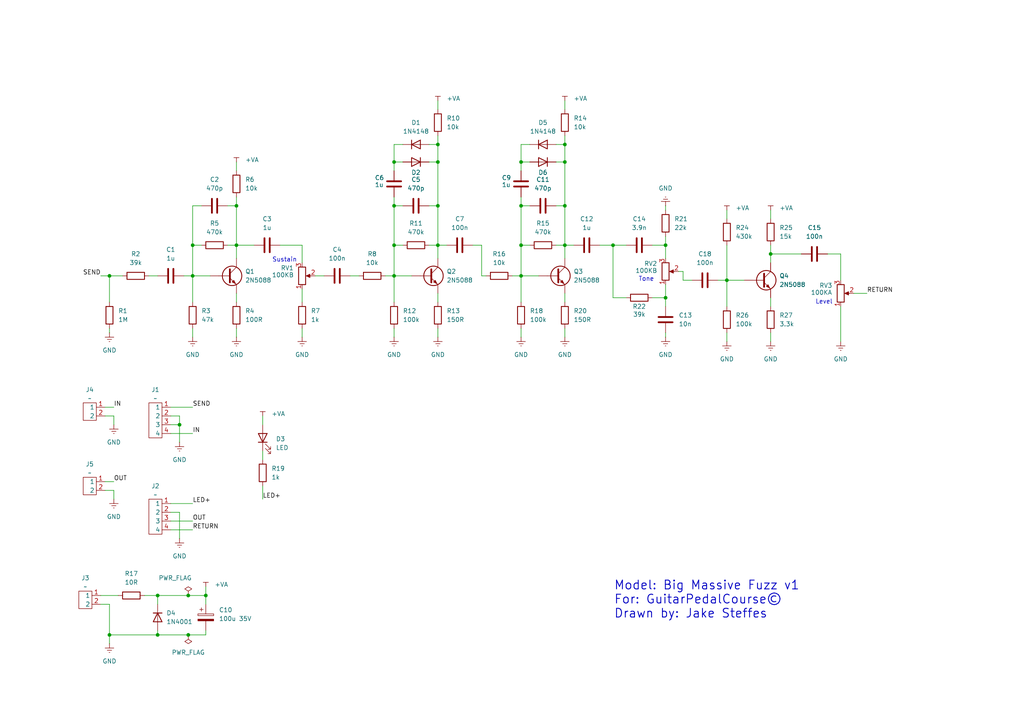
<source format=kicad_sch>
(kicad_sch (version 20250114) (generator "eeschema") (generator_version "9.0")
  (paper "A4")
  (lib_symbols
    (symbol "+VA_1" (power) (pin_numbers (hide yes)) (pin_names (offset 0) (hide yes))
      (property "Value" "+VA" (at -0.254 2.54 0))
      (symbol "+VA_1_0_1"
        (polyline (pts (xy 0 0) (xy 0 1.27)))
        (polyline (pts (xy 0.762 1.27) (xy -0.762 1.27) (xy 0 1.27) (xy 0.762 1.27)) (fill (type outline)))
      )
      (symbol "+VA_1_1_1"
        (pin power_in line (at 0 0 90) (length 0) (hide yes) (name "~") (number "1"))
      )
    )
    (symbol "+VA_2" (power) (pin_numbers (hide yes)) (pin_names (offset 0) (hide yes))
      (property "Value" "+VA" (at -0.254 2.54 0))
      (symbol "+VA_2_0_1"
        (polyline (pts (xy 0 0) (xy 0 1.27)))
        (polyline (pts (xy 0.762 1.27) (xy -0.762 1.27) (xy 0 1.27) (xy 0.762 1.27)) (fill (type outline)))
      )
      (symbol "+VA_2_1_1"
        (pin power_in line (at 0 0 90) (length 0) (hide yes) (name "~") (number "1"))
      )
    )
    (symbol "Device:C" (pin_numbers (hide yes)) (pin_names (offset 0.254))
      (property "Reference" "C" (at 0.635 2.54 0))
      (property "Value" "C" (at 0.635 -2.54 0))
      (symbol "C_0_1"
        (polyline (pts (xy -2.032 0.762) (xy 2.032 0.762)) (stroke (width 0.508)))
        (polyline (pts (xy -2.032 -0.762) (xy 2.032 -0.762)) (stroke (width 0.508)))
      )
      (symbol "C_1_1"
        (pin passive line (at 0 3.81 270) (length 2.794) (name "~") (number "1"))
        (pin passive line (at 0 -3.81 90) (length 2.794) (name "~") (number "2"))
      )
    )
    (symbol "Device:C_Polarized" (pin_numbers (hide yes)) (pin_names (offset 0.254))
      (property "Reference" "C" (at 0.635 2.54 0))
      (property "Value" "C_Polarized" (at 0.635 -2.54 0))
      (symbol "C_Polarized_0_1"
        (rectangle (start -2.286 0.508) (end 2.286 1.016))
        (polyline (pts (xy -1.778 2.286) (xy -0.762 2.286)))
        (polyline (pts (xy -1.27 2.794) (xy -1.27 1.778)))
        (rectangle (start 2.286 -0.508) (end -2.286 -1.016) (fill (type outline)))
      )
      (symbol "C_Polarized_1_1"
        (pin passive line (at 0 3.81 270) (length 2.794) (name "~") (number "1"))
        (pin passive line (at 0 -3.81 90) (length 2.794) (name "~") (number "2"))
      )
    )
    (symbol "Device:D" (pin_numbers (hide yes)) (pin_names (offset 1.016) (hide yes))
      (property "Reference" "D" (at 0 2.54 0))
      (property "Value" "D" (at 0 -2.54 0))
      (symbol "D_0_1"
        (polyline (pts (xy -1.27 1.27) (xy -1.27 -1.27)) (stroke (width 0.254)))
        (polyline (pts (xy 1.27 1.27) (xy 1.27 -1.27) (xy -1.27 0) (xy 1.27 1.27)) (stroke (width 0.254)))
        (polyline (pts (xy 1.27 0) (xy -1.27 0)))
      )
      (symbol "D_1_1"
        (pin passive line (at -3.81 0 0) (length 2.54) (name "K") (number "1"))
        (pin passive line (at 3.81 0 180) (length 2.54) (name "A") (number "2"))
      )
    )
    (symbol "Device:LED" (pin_numbers (hide yes)) (pin_names (offset 1.016) (hide yes))
      (property "Reference" "D" (at 0 2.54 0))
      (property "Value" "LED" (at 0 -2.54 0))
      (symbol "LED_0_1"
        (polyline (pts (xy -3.048 -0.762) (xy -4.572 -2.286) (xy -3.81 -2.286) (xy -4.572 -2.286) (xy -4.572 -1.524)))
        (polyline (pts (xy -1.778 -0.762) (xy -3.302 -2.286) (xy -2.54 -2.286) (xy -3.302 -2.286) (xy -3.302 -1.524)))
        (polyline (pts (xy -1.27 0) (xy 1.27 0)))
        (polyline (pts (xy -1.27 -1.27) (xy -1.27 1.27)) (stroke (width 0.254)))
        (polyline (pts (xy 1.27 -1.27) (xy 1.27 1.27) (xy -1.27 0) (xy 1.27 -1.27)) (stroke (width 0.254)))
      )
      (symbol "LED_1_1"
        (pin passive line (at -3.81 0 0) (length 2.54) (name "K") (number "1"))
        (pin passive line (at 3.81 0 180) (length 2.54) (name "A") (number "2"))
      )
    )
    (symbol "Device:Q_NPN" (pin_numbers (hide yes)) (pin_names (offset 0) (hide yes))
      (property "Reference" "Q" (at 5.08 1.27 0))
      (property "Value" "Q_NPN" (at 5.08 -1.27 0))
      (symbol "Q_NPN_0_1"
        (polyline (pts (xy -2.54 0) (xy 0.635 0)))
        (polyline (pts (xy 0.635 1.905) (xy 0.635 -1.905)) (stroke (width 0.508)))
        (polyline (pts (xy 0.635 0.635) (xy 2.54 2.54)))
        (polyline (pts (xy 0.635 -0.635) (xy 2.54 -2.54)))
        (circle (center 1.27 0) (radius 2.8194) (stroke (width 0.254)))
        (polyline (pts (xy 1.27 -1.778) (xy 1.778 -1.27) (xy 2.286 -2.286) (xy 1.27 -1.778)) (fill (type outline)))
      )
      (symbol "Q_NPN_1_1"
        (pin input line (at -5.08 0 0) (length 2.54) (name "B") (number "B"))
        (pin passive line (at 2.54 5.08 270) (length 2.54) (name "C") (number "C"))
        (pin passive line (at 2.54 -5.08 90) (length 2.54) (name "E") (number "E"))
      )
    )
    (symbol "Device:R" (pin_numbers (hide yes)) (pin_names (offset 0))
      (property "Reference" "R" (at 2.032 0 90))
      (property "Value" "R" (at 0 0 90))
      (symbol "R_0_1"
        (rectangle (start -1.016 -2.54) (end 1.016 2.54) (stroke (width 0.254)))
      )
      (symbol "R_1_1"
        (pin passive line (at 0 3.81 270) (length 1.27) (name "~") (number "1"))
        (pin passive line (at 0 -3.81 90) (length 1.27) (name "~") (number "2"))
      )
    )
    (symbol "Device:R_Potentiometer" (pin_names (offset 1.016) (hide yes))
      (property "Reference" "RV" (at -4.445 0 90))
      (property "Value" "R_Potentiometer" (at -2.54 0 90))
      (symbol "R_Potentiometer_0_1"
        (rectangle (start 1.016 2.54) (end -1.016 -2.54) (stroke (width 0.254)))
        (polyline (pts (xy 1.143 0) (xy 2.286 0.508) (xy 2.286 -0.508) (xy 1.143 0)) (fill (type outline)))
        (polyline (pts (xy 2.54 0) (xy 1.524 0)))
      )
      (symbol "R_Potentiometer_1_1"
        (pin passive line (at 0 3.81 270) (length 1.27) (name "1") (number "1"))
        (pin passive line (at 0 -3.81 90) (length 1.27) (name "3") (number "3"))
        (pin passive line (at 3.81 0 180) (length 1.27) (name "2") (number "2"))
      )
    )
    (symbol "Diode:1N4001" (pin_numbers (hide yes)) (pin_names (hide yes))
      (property "Reference" "D" (at 0 2.54 0))
      (property "Value" "1N4001" (at 0 -2.54 0))
      (symbol "1N4001_0_1"
        (polyline (pts (xy -1.27 1.27) (xy -1.27 -1.27)) (stroke (width 0.254)))
        (polyline (pts (xy 1.27 1.27) (xy 1.27 -1.27) (xy -1.27 0) (xy 1.27 1.27)) (stroke (width 0.254)))
        (polyline (pts (xy 1.27 0) (xy -1.27 0)))
      )
      (symbol "1N4001_1_1"
        (pin passive line (at -3.81 0 0) (length 2.54) (name "K") (number "1"))
        (pin passive line (at 3.81 0 180) (length 2.54) (name "A") (number "2"))
      )
    )
    (symbol "Wampler:CONNECTOR_2"
      (property "Reference" "J" (at 0 0 0))
      (symbol "CONNECTOR_2_0_1"
        (rectangle (start 0 0) (end 3.81 -5.08))
      )
      (symbol "CONNECTOR_2_1_1"
        (pin passive line (at 6.35 -1.27 180) (length 2.54) (name "1") (number "1"))
        (pin passive line (at 6.35 -3.81 180) (length 2.54) (name "2") (number "2"))
      )
    )
    (symbol "Wampler:CONNECTOR_4"
      (property "Reference" "J" (at 0 0 0))
      (symbol "CONNECTOR_4_0_1"
        (rectangle (start 0 0) (end 3.81 -10.16))
      )
      (symbol "CONNECTOR_4_1_1"
        (pin passive line (at 6.35 -1.27 180) (length 2.54) (name "1") (number "1"))
        (pin passive line (at 6.35 -3.81 180) (length 2.54) (name "2") (number "2"))
        (pin passive line (at 6.35 -6.35 180) (length 2.54) (name "3") (number "3"))
        (pin passive line (at 6.35 -8.89 180) (length 2.54) (name "4") (number "4"))
      )
    )
    (symbol "Wampler:GND" (power) (pin_numbers (hide yes)) (pin_names (offset 0) (hide yes))
      (property "Value" "GND" (at 0 -3.81 0))
      (symbol "GND_0_1"
        (polyline (pts (xy -0.635 -1.905) (xy 0.635 -1.905)))
        (polyline (pts (xy -0.127 -2.54) (xy 0.127 -2.54)))
        (polyline (pts (xy 0 -1.27) (xy 0 0)))
        (polyline (pts (xy 1.27 -1.27) (xy -1.27 -1.27)))
      )
      (symbol "GND_1_1"
        (pin power_in line (at 0 0 270) (length 0) (name "~") (number "1"))
      )
    )
    (symbol "power:PWR_FLAG" (power) (pin_numbers (hide yes)) (pin_names (offset 0) (hide yes))
      (property "Value" "PWR_FLAG" (at 0 3.81 0))
      (symbol "PWR_FLAG_0_0"
        (pin power_out line (at 0 0 90) (length 0) (name "~") (number "1"))
      )
      (symbol "PWR_FLAG_0_1"
        (polyline (pts (xy 0 0) (xy 0 1.27) (xy -1.016 1.905) (xy 0 2.54) (xy 1.016 1.905) (xy 0 1.27)))
      )
    )
  )
  (text "Model: Big Massive Fuzz v1\nFor: GuitarPedalCourse©\nDrawn by: Jake Steffes" (at 178.054 168.402 0) (effects (font (size 2.54 2.54) (thickness 0.254) (bold yes)) (justify left top)))
  (text "Level" (at 239.014 87.63 0) (effects (font (size 1.27 1.27))))
  (text "Tone" (at 187.452 81.026 0) (effects (font (size 1.27 1.27))))
  (text "Sustain" (at 82.55 75.438 0) (effects (font (size 1.27 1.27))))
  (junction (at 68.58 59.69))
  (junction (at 163.83 59.69))
  (junction (at 52.07 123.19))
  (junction (at 31.75 184.15))
  (junction (at 127 41.91))
  (junction (at 114.3 80.01))
  (junction (at 151.13 71.12))
  (junction (at 31.75 80.01))
  (junction (at 177.8 71.12))
  (junction (at 127 71.12))
  (junction (at 114.3 46.99))
  (junction (at 210.82 81.28))
  (junction (at 45.72 172.72))
  (junction (at 55.88 80.01))
  (junction (at 193.04 86.36))
  (junction (at 54.61 184.15))
  (junction (at 151.13 59.69))
  (junction (at 193.04 71.12))
  (junction (at 223.52 73.66))
  (junction (at 55.88 71.12))
  (junction (at 151.13 80.01))
  (junction (at 114.3 71.12))
  (junction (at 45.72 184.15))
  (junction (at 163.83 71.12))
  (junction (at 163.83 46.99))
  (junction (at 127 46.99))
  (junction (at 54.61 172.72))
  (junction (at 127 59.69))
  (junction (at 59.69 172.72))
  (junction (at 114.3 59.69))
  (junction (at 151.13 46.99))
  (junction (at 68.58 71.12))
  (junction (at 163.83 41.91))
  (wire (pts (xy 127 71.12) (xy 129.54 71.12)))
  (wire (pts (xy 161.29 46.99) (xy 163.83 46.99)))
  (wire (pts (xy 49.53 151.13) (xy 55.88 151.13)))
  (wire (pts (xy 139.7 71.12) (xy 139.7 80.01)))
  (wire (pts (xy 127 95.25) (xy 127 97.79)))
  (wire (pts (xy 161.29 59.69) (xy 163.83 59.69)))
  (wire (pts (xy 87.63 83.82) (xy 87.63 87.63)))
  (wire (pts (xy 124.46 59.69) (xy 127 59.69)))
  (wire (pts (xy 193.04 71.12) (xy 193.04 74.93)))
  (wire (pts (xy 223.52 96.52) (xy 223.52 99.06)))
  (wire (pts (xy 30.48 118.11) (xy 33.02 118.11)))
  (wire (pts (xy 30.48 120.65) (xy 33.02 120.65)))
  (wire (pts (xy 247.65 85.09) (xy 251.46 85.09)))
  (wire (pts (xy 151.13 59.69) (xy 151.13 71.12)))
  (wire (pts (xy 151.13 80.01) (xy 156.21 80.01)))
  (wire (pts (xy 139.7 80.01) (xy 140.97 80.01)))
  (wire (pts (xy 223.52 73.66) (xy 223.52 76.2)))
  (wire (pts (xy 198.12 78.74) (xy 198.12 81.28)))
  (wire (pts (xy 76.2 140.97) (xy 76.2 144.78)))
  (wire (pts (xy 163.83 71.12) (xy 166.37 71.12)))
  (wire (pts (xy 30.48 142.24) (xy 33.02 142.24)))
  (wire (pts (xy 49.53 120.65) (xy 52.07 120.65)))
  (wire (pts (xy 49.53 123.19) (xy 52.07 123.19)))
  (wire (pts (xy 240.03 73.66) (xy 243.84 73.66)))
  (wire (pts (xy 81.28 71.12) (xy 87.63 71.12)))
  (wire (pts (xy 153.67 71.12) (xy 151.13 71.12)))
  (wire (pts (xy 41.91 172.72) (xy 45.72 172.72)))
  (wire (pts (xy 45.72 182.88) (xy 45.72 184.15)))
  (wire (pts (xy 127 29.21) (xy 127 31.75)))
  (wire (pts (xy 137.16 71.12) (xy 139.7 71.12)))
  (wire (pts (xy 151.13 41.91) (xy 151.13 46.99)))
  (wire (pts (xy 196.85 78.74) (xy 198.12 78.74)))
  (wire (pts (xy 68.58 46.99) (xy 68.58 49.53)))
  (wire (pts (xy 49.53 148.59) (xy 52.07 148.59)))
  (wire (pts (xy 163.83 95.25) (xy 163.83 97.79)))
  (wire (pts (xy 163.83 41.91) (xy 163.83 46.99)))
  (wire (pts (xy 124.46 41.91) (xy 127 41.91)))
  (wire (pts (xy 163.83 71.12) (xy 163.83 74.93)))
  (wire (pts (xy 45.72 172.72) (xy 45.72 175.26)))
  (wire (pts (xy 55.88 59.69) (xy 55.88 71.12)))
  (wire (pts (xy 76.2 120.65) (xy 76.2 123.19)))
  (wire (pts (xy 30.48 139.7) (xy 33.02 139.7)))
  (wire (pts (xy 87.63 95.25) (xy 87.63 97.79)))
  (wire (pts (xy 193.04 82.55) (xy 193.04 86.36)))
  (wire (pts (xy 91.44 80.01) (xy 93.98 80.01)))
  (wire (pts (xy 208.28 81.28) (xy 210.82 81.28)))
  (wire (pts (xy 124.46 46.99) (xy 127 46.99)))
  (wire (pts (xy 243.84 88.9) (xy 243.84 99.06)))
  (wire (pts (xy 31.75 95.25) (xy 31.75 96.52)))
  (wire (pts (xy 114.3 41.91) (xy 114.3 46.99)))
  (wire (pts (xy 58.42 71.12) (xy 55.88 71.12)))
  (wire (pts (xy 68.58 71.12) (xy 68.58 74.93)))
  (wire (pts (xy 243.84 73.66) (xy 243.84 81.28)))
  (wire (pts (xy 114.3 46.99) (xy 114.3 49.53)))
  (wire (pts (xy 114.3 95.25) (xy 114.3 97.79)))
  (wire (pts (xy 198.12 81.28) (xy 200.66 81.28)))
  (wire (pts (xy 52.07 156.21) (xy 52.07 148.59)))
  (wire (pts (xy 31.75 184.15) (xy 31.75 186.69)))
  (wire (pts (xy 58.42 59.69) (xy 55.88 59.69)))
  (wire (pts (xy 66.04 59.69) (xy 68.58 59.69)))
  (wire (pts (xy 114.3 71.12) (xy 114.3 80.01)))
  (wire (pts (xy 31.75 184.15) (xy 45.72 184.15)))
  (wire (pts (xy 59.69 170.18) (xy 59.69 172.72)))
  (wire (pts (xy 161.29 71.12) (xy 163.83 71.12)))
  (wire (pts (xy 31.75 80.01) (xy 31.75 87.63)))
  (wire (pts (xy 116.84 46.99) (xy 114.3 46.99)))
  (wire (pts (xy 177.8 71.12) (xy 181.61 71.12)))
  (wire (pts (xy 189.23 71.12) (xy 193.04 71.12)))
  (wire (pts (xy 55.88 80.01) (xy 55.88 87.63)))
  (wire (pts (xy 68.58 57.15) (xy 68.58 59.69)))
  (wire (pts (xy 210.82 96.52) (xy 210.82 99.06)))
  (wire (pts (xy 31.75 80.01) (xy 35.56 80.01)))
  (wire (pts (xy 114.3 59.69) (xy 114.3 71.12)))
  (wire (pts (xy 153.67 59.69) (xy 151.13 59.69)))
  (wire (pts (xy 55.88 80.01) (xy 60.96 80.01)))
  (wire (pts (xy 181.61 86.36) (xy 177.8 86.36)))
  (wire (pts (xy 163.83 59.69) (xy 163.83 71.12)))
  (wire (pts (xy 210.82 60.96) (xy 210.82 63.5)))
  (wire (pts (xy 49.53 118.11) (xy 55.88 118.11)))
  (wire (pts (xy 33.02 142.24) (xy 33.02 144.78)))
  (wire (pts (xy 193.04 68.58) (xy 193.04 71.12)))
  (wire (pts (xy 116.84 71.12) (xy 114.3 71.12)))
  (wire (pts (xy 29.21 172.72) (xy 34.29 172.72)))
  (wire (pts (xy 59.69 172.72) (xy 59.69 175.26)))
  (wire (pts (xy 31.75 175.26) (xy 31.75 184.15)))
  (wire (pts (xy 161.29 41.91) (xy 163.83 41.91)))
  (wire (pts (xy 127 71.12) (xy 127 74.93)))
  (wire (pts (xy 116.84 59.69) (xy 114.3 59.69)))
  (wire (pts (xy 127 41.91) (xy 127 46.99)))
  (wire (pts (xy 189.23 86.36) (xy 193.04 86.36)))
  (wire (pts (xy 54.61 172.72) (xy 59.69 172.72)))
  (wire (pts (xy 49.53 153.67) (xy 55.88 153.67)))
  (wire (pts (xy 193.04 96.52) (xy 193.04 97.79)))
  (wire (pts (xy 163.83 85.09) (xy 163.83 87.63)))
  (wire (pts (xy 173.99 71.12) (xy 177.8 71.12)))
  (wire (pts (xy 116.84 41.91) (xy 114.3 41.91)))
  (wire (pts (xy 210.82 71.12) (xy 210.82 81.28)))
  (wire (pts (xy 127 85.09) (xy 127 87.63)))
  (wire (pts (xy 151.13 95.25) (xy 151.13 97.79)))
  (wire (pts (xy 151.13 71.12) (xy 151.13 80.01)))
  (wire (pts (xy 210.82 81.28) (xy 215.9 81.28)))
  (wire (pts (xy 68.58 95.25) (xy 68.58 97.79)))
  (wire (pts (xy 148.59 80.01) (xy 151.13 80.01)))
  (wire (pts (xy 55.88 71.12) (xy 55.88 80.01)))
  (wire (pts (xy 127 46.99) (xy 127 59.69)))
  (wire (pts (xy 223.52 73.66) (xy 232.41 73.66)))
  (wire (pts (xy 153.67 46.99) (xy 151.13 46.99)))
  (wire (pts (xy 111.76 80.01) (xy 114.3 80.01)))
  (wire (pts (xy 29.21 175.26) (xy 31.75 175.26)))
  (wire (pts (xy 76.2 130.81) (xy 76.2 133.35)))
  (wire (pts (xy 68.58 59.69) (xy 68.58 71.12)))
  (wire (pts (xy 53.34 80.01) (xy 55.88 80.01)))
  (wire (pts (xy 223.52 60.96) (xy 223.52 63.5)))
  (wire (pts (xy 68.58 85.09) (xy 68.58 87.63)))
  (wire (pts (xy 163.83 29.21) (xy 163.83 31.75)))
  (wire (pts (xy 49.53 125.73) (xy 55.88 125.73)))
  (wire (pts (xy 177.8 71.12) (xy 177.8 86.36)))
  (wire (pts (xy 223.52 71.12) (xy 223.52 73.66)))
  (wire (pts (xy 45.72 184.15) (xy 54.61 184.15)))
  (wire (pts (xy 210.82 81.28) (xy 210.82 88.9)))
  (wire (pts (xy 101.6 80.01) (xy 104.14 80.01)))
  (wire (pts (xy 59.69 184.15) (xy 59.69 182.88)))
  (wire (pts (xy 55.88 95.25) (xy 55.88 97.79)))
  (wire (pts (xy 52.07 123.19) (xy 52.07 128.27)))
  (wire (pts (xy 127 39.37) (xy 127 41.91)))
  (wire (pts (xy 151.13 57.15) (xy 151.13 59.69)))
  (wire (pts (xy 66.04 71.12) (xy 68.58 71.12)))
  (wire (pts (xy 87.63 71.12) (xy 87.63 76.2)))
  (wire (pts (xy 114.3 57.15) (xy 114.3 59.69)))
  (wire (pts (xy 114.3 80.01) (xy 114.3 87.63)))
  (wire (pts (xy 163.83 39.37) (xy 163.83 41.91)))
  (wire (pts (xy 43.18 80.01) (xy 45.72 80.01)))
  (wire (pts (xy 127 59.69) (xy 127 71.12)))
  (wire (pts (xy 68.58 71.12) (xy 73.66 71.12)))
  (wire (pts (xy 193.04 59.69) (xy 193.04 60.96)))
  (wire (pts (xy 223.52 86.36) (xy 223.52 88.9)))
  (wire (pts (xy 151.13 80.01) (xy 151.13 87.63)))
  (wire (pts (xy 29.21 80.01) (xy 31.75 80.01)))
  (wire (pts (xy 193.04 86.36) (xy 193.04 88.9)))
  (wire (pts (xy 54.61 184.15) (xy 59.69 184.15)))
  (wire (pts (xy 151.13 46.99) (xy 151.13 49.53)))
  (wire (pts (xy 52.07 120.65) (xy 52.07 123.19)))
  (wire (pts (xy 124.46 71.12) (xy 127 71.12)))
  (wire (pts (xy 45.72 172.72) (xy 54.61 172.72)))
  (wire (pts (xy 33.02 120.65) (xy 33.02 123.19)))
  (wire (pts (xy 114.3 80.01) (xy 119.38 80.01)))
  (wire (pts (xy 153.67 41.91) (xy 151.13 41.91)))
  (wire (pts (xy 49.53 146.05) (xy 55.88 146.05)))
  (wire (pts (xy 163.83 46.99) (xy 163.83 59.69)))
  (label "LED+" (at 76.2 144.78 0))
  (label "LED+" (at 55.88 146.05 0))
  (label "RETURN" (at 55.88 153.67 0))
  (label "IN" (at 55.88 125.73 0))
  (label "OUT" (at 33.02 139.7 0))
  (label "RETURN" (at 251.46 85.09 0))
  (label "IN" (at 33.02 118.11 0))
  (label "SEND" (at 55.88 118.11 0))
  (label "SEND" (at 29.21 80.01 180))
  (label "OUT" (at 55.88 151.13 0))
  (symbol (lib_id "Device:R") (at 193.04 64.77 0) (unit 1)
    (property "Reference" "R21" (at 195.58 63.4999 0) (effects (justify left)))
    (property "Value" "22k" (at 195.58 66.0399 0) (effects (justify left)))
    (property "Footprint" "Wampler:RESISTOR_1_4W" (effects (hide yes)))
    (property "Description" "Resistor" (effects (hide yes)))
  )
  (symbol (lib_id "Device:LED") (at 76.2 127 90) (unit 1)
    (property "Reference" "D3" (at 80.01 127.3174 90) (effects (justify right)))
    (property "Value" "LED" (at 80.01 129.8574 90) (effects (justify right)))
    (property "Footprint" "Wampler:LED_5MM" (effects (hide yes)))
    (property "Description" "Light emitting diode" (effects (hide yes)))
    (property "Sim.Pins" "1=K 2=A" (effects (hide yes)))
  )
  (symbol (lib_id "Device:R") (at 157.48 71.12 90) (unit 1)
    (property "Reference" "R15" (at 157.48 64.77 90))
    (property "Value" "470k" (at 157.48 67.31 90))
    (property "Footprint" "Wampler:RESISTOR_1_4W" (effects (hide yes)))
    (property "Description" "Resistor" (effects (hide yes)))
  )
  (symbol (lib_name "+VA_2") (lib_id "Wampler:+VA") (at 210.82 60.96 0) (unit 1)
    (property "Reference" "#+VA06" (effects (hide yes)))
    (property "Value" "+VA" (at 213.36 60.3249 0) (effects (justify left)))
  )
  (symbol (lib_id "Device:C") (at 204.47 81.28 90) (unit 1)
    (property "Reference" "C18" (at 204.47 73.66 90))
    (property "Value" "100n" (at 204.47 76.2 90))
    (property "Footprint" "Wampler:CAP_FILM_100NF" (effects (hide yes)))
    (property "Description" "Unpolarized capacitor" (effects (hide yes)))
  )
  (symbol (lib_id "Device:R_Potentiometer") (at 243.84 85.09 0) (mirror x) (unit 1)
    (property "Reference" "RV3" (at 239.522 82.804 0))
    (property "Value" "100KA" (at 238.252 84.836 0))
    (property "Footprint" "Wampler:POT_16MM_RA" (effects (hide yes)))
    (property "Description" "Potentiometer" (effects (hide yes)))
  )
  (symbol (lib_name "+VA_2") (lib_id "Wampler:+VA") (at 59.69 170.18 0) (unit 1)
    (property "Reference" "#+VA0101" (effects (hide yes)))
    (property "Value" "+VA" (at 62.23 169.5449 0) (effects (justify left)))
  )
  (symbol (lib_id "Device:R") (at 39.37 80.01 90) (unit 1)
    (property "Reference" "R2" (at 39.37 73.66 90))
    (property "Value" "39k" (at 39.37 76.2 90))
    (property "Footprint" "Wampler:RESISTOR_1_4W" (effects (hide yes)))
    (property "Description" "Resistor" (effects (hide yes)))
  )
  (symbol (lib_id "Wampler:GND") (at 87.63 97.79 0) (unit 1)
    (property "Reference" "#PWR05" (effects (hide yes)))
    (property "Value" "GND" (at 87.63 102.87 0))
    (property "Description" "Power symbol creates a global label with name \"GND\"" (effects (hide yes)))
  )
  (symbol (lib_id "Device:R") (at 127 35.56 0) (unit 1)
    (property "Reference" "R10" (at 129.54 34.2899 0) (effects (justify left)))
    (property "Value" "10k" (at 129.54 36.8299 0) (effects (justify left)))
    (property "Footprint" "Wampler:RESISTOR_1_4W" (effects (hide yes)))
    (property "Description" "Resistor" (effects (hide yes)))
  )
  (symbol (lib_id "Device:R") (at 55.88 91.44 0) (unit 1)
    (property "Reference" "R3" (at 58.42 90.1699 0) (effects (justify left)))
    (property "Value" "47k" (at 58.42 92.7099 0) (effects (justify left)))
    (property "Footprint" "Wampler:RESISTOR_1_4W" (effects (hide yes)))
    (property "Description" "Resistor" (effects (hide yes)))
  )
  (symbol (lib_id "Device:C") (at 151.13 53.34 180) (unit 1)
    (property "Reference" "C9" (at 145.542 51.562 0) (effects (justify right)))
    (property "Value" "1u" (at 145.542 53.594 0) (effects (justify right)))
    (property "Footprint" "Wampler:CAP_FILM_1UF" (effects (hide yes)))
    (property "Description" "Unpolarized capacitor" (effects (hide yes)))
  )
  (symbol (lib_id "Device:C") (at 193.04 92.71 180) (unit 1)
    (property "Reference" "C13" (at 196.85 91.4399 0) (effects (justify right)))
    (property "Value" "10n" (at 196.85 93.9799 0) (effects (justify right)))
    (property "Footprint" "Wampler:CAP_FILM_10NF" (effects (hide yes)))
    (property "Description" "Unpolarized capacitor" (effects (hide yes)))
  )
  (symbol (lib_id "Device:R_Potentiometer") (at 193.04 78.74 0) (mirror x) (unit 1)
    (property "Reference" "RV2" (at 188.722 76.454 0))
    (property "Value" "100KB" (at 187.452 78.486 0))
    (property "Footprint" "Wampler:POT_16MM_RA" (effects (hide yes)))
    (property "Description" "Potentiometer" (effects (hide yes)))
  )
  (symbol (lib_id "Device:R") (at 163.83 35.56 0) (unit 1)
    (property "Reference" "R14" (at 166.37 34.2899 0) (effects (justify left)))
    (property "Value" "10k" (at 166.37 36.8299 0) (effects (justify left)))
    (property "Footprint" "Wampler:RESISTOR_1_4W" (effects (hide yes)))
    (property "Description" "Resistor" (effects (hide yes)))
  )
  (symbol (lib_id "Wampler:GND") (at 31.75 186.69 0) (unit 1)
    (property "Reference" "#PWR036" (effects (hide yes)))
    (property "Value" "GND" (at 31.75 191.77 0))
    (property "Description" "Power symbol creates a global label with name \"GND\"" (effects (hide yes)))
  )
  (symbol (lib_id "Device:Q_NPN") (at 124.46 80.01 0) (unit 1)
    (property "Reference" "Q2" (at 129.54 78.7399 0) (effects (justify left)))
    (property "Value" "2N5088" (at 129.54 81.2799 0) (effects (justify left)))
    (property "Footprint" "Wampler:BJT_2N5088" (effects (hide yes)))
    (property "Description" "NPN bipolar junction transistor" (effects (hide yes)))
  )
  (symbol (lib_id "Device:D") (at 120.65 46.99 180) (unit 1)
    (property "Reference" "D2" (at 120.65 50.038 0))
    (property "Value" "1N4148" (effects (hide yes)))
    (property "Footprint" "Wampler:DIODE_1N4148" (effects (hide yes)))
    (property "Description" "Diode" (effects (hide yes)))
    (property "Sim.Device" "D" (effects (hide yes)))
    (property "Sim.Pins" "1=K 2=A" (effects (hide yes)))
  )
  (symbol (lib_id "Device:R") (at 76.2 137.16 0) (unit 1)
    (property "Reference" "R19" (at 78.74 135.8899 0) (effects (justify left)))
    (property "Value" "1k" (at 78.74 138.4299 0) (effects (justify left)))
    (property "Footprint" "Wampler:RESISTOR_1_4W" (effects (hide yes)))
    (property "Description" "Resistor" (effects (hide yes)))
  )
  (symbol (lib_id "Device:R") (at 210.82 67.31 0) (unit 1)
    (property "Reference" "R24" (at 213.36 66.0399 0) (effects (justify left)))
    (property "Value" "430k" (at 213.36 68.5799 0) (effects (justify left)))
    (property "Footprint" "Wampler:RESISTOR_1_4W" (effects (hide yes)))
    (property "Description" "Resistor" (effects (hide yes)))
  )
  (symbol (lib_id "Device:C") (at 49.53 80.01 90) (unit 1)
    (property "Reference" "C1" (at 49.53 72.39 90))
    (property "Value" "1u" (at 49.53 74.93 90))
    (property "Footprint" "Wampler:CAP_FILM_1UF" (effects (hide yes)))
    (property "Description" "Unpolarized capacitor" (effects (hide yes)))
  )
  (symbol (lib_id "Wampler:GND") (at 52.07 156.21 0) (unit 1)
    (property "Reference" "#PWR016" (effects (hide yes)))
    (property "Value" "GND" (at 52.07 161.29 0))
    (property "Description" "Power symbol creates a global label with name \"GND\"" (effects (hide yes)))
  )
  (symbol (lib_id "Wampler:GND") (at 33.02 144.78 0) (unit 1)
    (property "Reference" "#PWR015" (effects (hide yes)))
    (property "Value" "GND" (at 33.02 149.86 0))
    (property "Description" "Power symbol creates a global label with name \"GND\"" (effects (hide yes)))
  )
  (symbol (lib_id "Wampler:CONNECTOR_2") (at 22.86 171.45 0) (unit 1)
    (property "Reference" "J3" (at 24.765 167.64 0))
    (property "Value" "~" (at 24.765 170.18 0))
    (property "Footprint" "Wampler:CONNECTOR_2" (effects (hide yes)))
  )
  (symbol (lib_id "Device:R") (at 223.52 92.71 0) (unit 1)
    (property "Reference" "R27" (at 226.06 91.4399 0) (effects (justify left)))
    (property "Value" "3.3k" (at 226.06 93.9799 0) (effects (justify left)))
    (property "Footprint" "Wampler:RESISTOR_1_4W" (effects (hide yes)))
    (property "Description" "Resistor" (effects (hide yes)))
  )
  (symbol (lib_name "+VA_2") (lib_id "Wampler:+VA") (at 163.83 29.21 0) (unit 1)
    (property "Reference" "#+VA04" (effects (hide yes)))
    (property "Value" "+VA" (at 166.37 28.5749 0) (effects (justify left)))
  )
  (symbol (lib_id "Device:R") (at 31.75 91.44 0) (unit 1)
    (property "Reference" "R1" (at 34.29 90.1699 0) (effects (justify left)))
    (property "Value" "1M" (at 34.29 92.7099 0) (effects (justify left)))
    (property "Footprint" "Wampler:RESISTOR_1_4W" (effects (hide yes)))
    (property "Description" "Resistor" (effects (hide yes)))
  )
  (symbol (lib_id "Wampler:CONNECTOR_4") (at 43.18 144.78 0) (unit 1)
    (property "Reference" "J2" (at 45.085 140.97 0))
    (property "Value" "~" (at 45.085 143.51 0))
    (property "Footprint" "Wampler:CONNECTOR_4" (effects (hide yes)))
  )
  (symbol (lib_id "Device:R") (at 62.23 71.12 90) (unit 1)
    (property "Reference" "R5" (at 62.23 64.77 90))
    (property "Value" "470k" (at 62.23 67.31 90))
    (property "Footprint" "Wampler:RESISTOR_1_4W" (effects (hide yes)))
    (property "Description" "Resistor" (effects (hide yes)))
  )
  (symbol (lib_id "Device:R") (at 151.13 91.44 0) (unit 1)
    (property "Reference" "R18" (at 153.67 90.1699 0) (effects (justify left)))
    (property "Value" "100k" (at 153.67 92.7099 0) (effects (justify left)))
    (property "Footprint" "Wampler:RESISTOR_1_4W" (effects (hide yes)))
    (property "Description" "Resistor" (effects (hide yes)))
  )
  (symbol (lib_id "Device:C") (at 97.79 80.01 90) (unit 1)
    (property "Reference" "C4" (at 97.79 72.39 90))
    (property "Value" "100n" (at 97.79 74.93 90))
    (property "Footprint" "Wampler:CAP_FILM_100NF" (effects (hide yes)))
    (property "Description" "Unpolarized capacitor" (effects (hide yes)))
  )
  (symbol (lib_id "Wampler:GND") (at 52.07 128.27 0) (unit 1)
    (property "Reference" "#PWR014" (effects (hide yes)))
    (property "Value" "GND" (at 52.07 133.35 0))
    (property "Description" "Power symbol creates a global label with name \"GND\"" (effects (hide yes)))
  )
  (symbol (lib_id "Wampler:GND") (at 31.75 96.52 0) (unit 1)
    (property "Reference" "#PWR01" (effects (hide yes)))
    (property "Value" "GND" (at 31.75 101.6 0))
    (property "Description" "Power symbol creates a global label with name \"GND\"" (effects (hide yes)))
  )
  (symbol (lib_id "Device:D") (at 157.48 41.91 0) (unit 1)
    (property "Reference" "D5" (at 157.48 35.56 0))
    (property "Value" "1N4148" (at 157.48 38.1 0))
    (property "Footprint" "Wampler:DIODE_1N4148" (effects (hide yes)))
    (property "Description" "Diode" (effects (hide yes)))
    (property "Sim.Device" "D" (effects (hide yes)))
    (property "Sim.Pins" "1=K 2=A" (effects (hide yes)))
  )
  (symbol (lib_id "Diode:1N4001") (at 45.72 179.07 270) (unit 1)
    (property "Reference" "D4" (at 48.26 177.7999 90) (effects (justify left)))
    (property "Value" "1N4001" (at 48.26 180.3399 90) (effects (justify left)))
    (property "Footprint" "Wampler:DIODE_1N4001" (effects (hide yes)))
    (property "Datasheet" "http://www.vishay.com/docs/88503/1n4001.pdf" (effects (hide yes)))
    (property "Description" "50V 1A General Purpose Rectifier Diode, DO-41" (effects (hide yes)))
    (property "Sim.Device" "D" (effects (hide yes)))
    (property "Sim.Pins" "1=K 2=A" (effects (hide yes)))
  )
  (symbol (lib_id "Device:R") (at 38.1 172.72 90) (unit 1)
    (property "Reference" "R17" (at 38.1 166.37 90))
    (property "Value" "10R" (at 38.1 168.91 90))
    (property "Footprint" "Wampler:RESISTOR_1_4W" (effects (hide yes)))
    (property "Description" "Resistor" (effects (hide yes)))
  )
  (symbol (lib_id "Wampler:GND") (at 33.02 123.19 0) (unit 1)
    (property "Reference" "#PWR035" (effects (hide yes)))
    (property "Value" "GND" (at 33.02 128.27 0))
    (property "Description" "Power symbol creates a global label with name \"GND\"" (effects (hide yes)))
  )
  (symbol (lib_id "Wampler:GND") (at 210.82 99.06 0) (unit 1)
    (property "Reference" "#PWR012" (effects (hide yes)))
    (property "Value" "GND" (at 210.82 104.14 0))
    (property "Description" "Power symbol creates a global label with name \"GND\"" (effects (hide yes)))
  )
  (symbol (lib_id "Device:C") (at 77.47 71.12 90) (unit 1)
    (property "Reference" "C3" (at 77.47 63.5 90))
    (property "Value" "1u" (at 77.47 66.04 90))
    (property "Footprint" "Wampler:CAP_FILM_1UF" (effects (hide yes)))
    (property "Description" "Unpolarized capacitor" (effects (hide yes)))
  )
  (symbol (lib_id "Wampler:GND") (at 151.13 97.79 0) (unit 1)
    (property "Reference" "#PWR08" (effects (hide yes)))
    (property "Value" "GND" (at 151.13 102.87 0))
    (property "Description" "Power symbol creates a global label with name \"GND\"" (effects (hide yes)))
  )
  (symbol (lib_id "Device:R") (at 185.42 86.36 90) (unit 1)
    (property "Reference" "R22" (at 185.42 88.9 90))
    (property "Value" "39k" (at 185.42 91.186 90))
    (property "Footprint" "Wampler:RESISTOR_1_4W" (effects (hide yes)))
    (property "Description" "Resistor" (effects (hide yes)))
  )
  (symbol (lib_id "Device:R") (at 210.82 92.71 0) (unit 1)
    (property "Reference" "R26" (at 213.36 91.4399 0) (effects (justify left)))
    (property "Value" "100k" (at 213.36 93.9799 0) (effects (justify left)))
    (property "Footprint" "Wampler:RESISTOR_1_4W" (effects (hide yes)))
    (property "Description" "Resistor" (effects (hide yes)))
  )
  (symbol (lib_id "power:PWR_FLAG") (at 54.61 184.15 0) (mirror x) (unit 1)
    (property "Reference" "#FLG02" (effects (hide yes)))
    (property "Value" "PWR_FLAG" (at 54.61 189.23 0))
    (property "Description" "Special symbol for telling ERC where power comes from" (effects (hide yes)))
  )
  (symbol (lib_id "Device:D") (at 120.65 41.91 0) (unit 1)
    (property "Reference" "D1" (at 120.65 35.56 0))
    (property "Value" "1N4148" (at 120.65 38.1 0))
    (property "Footprint" "Wampler:DIODE_1N4148" (effects (hide yes)))
    (property "Description" "Diode" (effects (hide yes)))
    (property "Sim.Device" "D" (effects (hide yes)))
    (property "Sim.Pins" "1=K 2=A" (effects (hide yes)))
  )
  (symbol (lib_id "Wampler:GND") (at 55.88 97.79 0) (unit 1)
    (property "Reference" "#PWR03" (effects (hide yes)))
    (property "Value" "GND" (at 55.88 102.87 0))
    (property "Description" "Power symbol creates a global label with name \"GND\"" (effects (hide yes)))
  )
  (symbol (lib_name "+VA_1") (lib_id "Wampler:+VA") (at 76.2 120.65 0) (unit 1)
    (property "Reference" "#+VA05" (effects (hide yes)))
    (property "Value" "+VA" (at 78.74 120.0149 0) (effects (justify left)))
  )
  (symbol (lib_id "Device:R") (at 127 91.44 0) (unit 1)
    (property "Reference" "R13" (at 129.54 90.1699 0) (effects (justify left)))
    (property "Value" "150R" (at 129.54 92.7099 0) (effects (justify left)))
    (property "Footprint" "Wampler:RESISTOR_1_4W" (effects (hide yes)))
    (property "Description" "Resistor" (effects (hide yes)))
  )
  (symbol (lib_id "Device:C") (at 157.48 59.69 90) (unit 1)
    (property "Reference" "C11" (at 157.48 52.07 90))
    (property "Value" "470p" (at 157.48 54.61 90))
    (property "Footprint" "Wampler:CAP_MLCC_470PF" (effects (hide yes)))
    (property "Description" "Unpolarized capacitor" (effects (hide yes)))
  )
  (symbol (lib_id "Device:C") (at 185.42 71.12 270) (unit 1)
    (property "Reference" "C14" (at 185.42 63.5 90))
    (property "Value" "3.9n" (at 185.42 66.04 90))
    (property "Footprint" "Wampler:CAP_MLCC_3.9NF" (effects (hide yes)))
    (property "Description" "Unpolarized capacitor" (effects (hide yes)))
  )
  (symbol (lib_id "Wampler:CONNECTOR_2") (at 24.13 138.43 0) (unit 1)
    (property "Reference" "J5" (at 26.035 134.62 0))
    (property "Value" "~" (at 26.035 137.16 0))
    (property "Footprint" "Wampler:CONNECTOR_2" (effects (hide yes)))
  )
  (symbol (lib_id "Device:R") (at 68.58 91.44 0) (unit 1)
    (property "Reference" "R4" (at 71.12 90.1699 0) (effects (justify left)))
    (property "Value" "100R" (at 71.12 92.7099 0) (effects (justify left)))
    (property "Footprint" "Wampler:RESISTOR_1_4W" (effects (hide yes)))
    (property "Description" "Resistor" (effects (hide yes)))
  )
  (symbol (lib_id "Device:R") (at 163.83 91.44 0) (unit 1)
    (property "Reference" "R20" (at 166.37 90.1699 0) (effects (justify left)))
    (property "Value" "150R" (at 166.37 92.7099 0) (effects (justify left)))
    (property "Footprint" "Wampler:RESISTOR_1_4W" (effects (hide yes)))
    (property "Description" "Resistor" (effects (hide yes)))
  )
  (symbol (lib_id "Device:R") (at 87.63 91.44 0) (unit 1)
    (property "Reference" "R7" (at 90.17 90.1699 0) (effects (justify left)))
    (property "Value" "1k" (at 90.17 92.7099 0) (effects (justify left)))
    (property "Footprint" "Wampler:RESISTOR_1_4W" (effects (hide yes)))
    (property "Description" "Resistor" (effects (hide yes)))
  )
  (symbol (lib_id "Device:C_Polarized") (at 59.69 179.07 0) (unit 1)
    (property "Reference" "C10" (at 63.5 176.9109 0) (effects (justify left)))
    (property "Value" "100u 35V" (at 63.5 179.4509 0) (effects (justify left)))
    (property "Footprint" "Wampler:CAP_ELEC_100UF" (effects (hide yes)))
    (property "Description" "Polarized capacitor" (effects (hide yes)))
  )
  (symbol (lib_name "+VA_2") (lib_id "Wampler:+VA") (at 223.52 60.96 0) (unit 1)
    (property "Reference" "#+VA07" (effects (hide yes)))
    (property "Value" "+VA" (at 226.06 60.3249 0) (effects (justify left)))
  )
  (symbol (lib_id "Wampler:GND") (at 223.52 99.06 0) (unit 1)
    (property "Reference" "#PWR013" (effects (hide yes)))
    (property "Value" "GND" (at 223.52 104.14 0))
    (property "Description" "Power symbol creates a global label with name \"GND\"" (effects (hide yes)))
  )
  (symbol (lib_id "Wampler:GND") (at 68.58 97.79 0) (unit 1)
    (property "Reference" "#PWR04" (effects (hide yes)))
    (property "Value" "GND" (at 68.58 102.87 0))
    (property "Description" "Power symbol creates a global label with name \"GND\"" (effects (hide yes)))
  )
  (symbol (lib_id "Device:R") (at 144.78 80.01 90) (unit 1)
    (property "Reference" "R16" (at 144.78 73.66 90))
    (property "Value" "10k" (at 144.78 76.2 90))
    (property "Footprint" "Wampler:RESISTOR_1_4W" (effects (hide yes)))
    (property "Description" "Resistor" (effects (hide yes)))
  )
  (symbol (lib_id "Wampler:GND") (at 114.3 97.79 0) (unit 1)
    (property "Reference" "#PWR06" (effects (hide yes)))
    (property "Value" "GND" (at 114.3 102.87 0))
    (property "Description" "Power symbol creates a global label with name \"GND\"" (effects (hide yes)))
  )
  (symbol (lib_id "Wampler:GND") (at 193.04 97.79 0) (unit 1)
    (property "Reference" "#PWR011" (effects (hide yes)))
    (property "Value" "GND" (at 193.04 102.87 0))
    (property "Description" "Power symbol creates a global label with name \"GND\"" (effects (hide yes)))
  )
  (symbol (lib_id "Device:D") (at 157.48 46.99 180) (unit 1)
    (property "Reference" "D6" (at 157.48 50.038 0))
    (property "Value" "1N4148" (effects (hide yes)))
    (property "Footprint" "Wampler:DIODE_1N4148" (effects (hide yes)))
    (property "Description" "Diode" (effects (hide yes)))
    (property "Sim.Device" "D" (effects (hide yes)))
    (property "Sim.Pins" "1=K 2=A" (effects (hide yes)))
  )
  (symbol (lib_id "Wampler:CONNECTOR_4") (at 43.18 116.84 0) (unit 1)
    (property "Reference" "J1" (at 45.085 113.03 0))
    (property "Value" "~" (at 45.085 115.57 0))
    (property "Footprint" "Wampler:CONNECTOR_4" (effects (hide yes)))
  )
  (symbol (lib_id "Device:Q_NPN") (at 161.29 80.01 0) (unit 1)
    (property "Reference" "Q3" (at 166.37 78.7399 0) (effects (justify left)))
    (property "Value" "2N5088" (at 166.37 81.2799 0) (effects (justify left)))
    (property "Footprint" "Wampler:BJT_2N5088" (effects (hide yes)))
    (property "Description" "NPN bipolar junction transistor" (effects (hide yes)))
  )
  (symbol (lib_id "Device:C") (at 170.18 71.12 90) (unit 1)
    (property "Reference" "C12" (at 170.18 63.5 90))
    (property "Value" "1u" (at 170.18 66.04 90))
    (property "Footprint" "Wampler:CAP_FILM_1UF" (effects (hide yes)))
    (property "Description" "Unpolarized capacitor" (effects (hide yes)))
  )
  (symbol (lib_id "Device:R") (at 107.95 80.01 90) (unit 1)
    (property "Reference" "R8" (at 107.95 73.66 90))
    (property "Value" "10k" (at 107.95 76.2 90))
    (property "Footprint" "Wampler:RESISTOR_1_4W" (effects (hide yes)))
    (property "Description" "Resistor" (effects (hide yes)))
  )
  (symbol (lib_id "Wampler:CONNECTOR_2") (at 24.13 116.84 0) (unit 1)
    (property "Reference" "J4" (at 26.035 113.03 0))
    (property "Value" "~" (at 26.035 115.57 0))
    (property "Footprint" "Wampler:CONNECTOR_2" (effects (hide yes)))
  )
  (symbol (lib_id "Device:R") (at 68.58 53.34 0) (unit 1)
    (property "Reference" "R6" (at 71.12 52.0699 0) (effects (justify left)))
    (property "Value" "10k" (at 71.12 54.6099 0) (effects (justify left)))
    (property "Footprint" "Wampler:RESISTOR_1_4W" (effects (hide yes)))
    (property "Description" "Resistor" (effects (hide yes)))
  )
  (symbol (lib_id "Wampler:GND") (at 163.83 97.79 0) (unit 1)
    (property "Reference" "#PWR09" (effects (hide yes)))
    (property "Value" "GND" (at 163.83 102.87 0))
    (property "Description" "Power symbol creates a global label with name \"GND\"" (effects (hide yes)))
  )
  (symbol (lib_id "Device:C") (at 62.23 59.69 90) (unit 1)
    (property "Reference" "C2" (at 62.23 52.07 90))
    (property "Value" "470p" (at 62.23 54.61 90))
    (property "Footprint" "Wampler:CAP_MLCC_470PF" (effects (hide yes)))
    (property "Description" "Unpolarized capacitor" (effects (hide yes)))
  )
  (symbol (lib_name "+VA_2") (lib_id "Wampler:+VA") (at 68.58 46.99 0) (unit 1)
    (property "Reference" "#+VA01" (effects (hide yes)))
    (property "Value" "+VA" (at 71.12 46.3549 0) (effects (justify left)))
  )
  (symbol (lib_id "Wampler:GND") (at 193.04 59.69 180) (unit 1)
    (property "Reference" "#PWR010" (effects (hide yes)))
    (property "Value" "GND" (at 193.04 54.61 0))
    (property "Description" "Power symbol creates a global label with name \"GND\"" (effects (hide yes)))
  )
  (symbol (lib_id "Device:C") (at 114.3 53.34 180) (unit 1)
    (property "Reference" "C6" (at 108.712 51.562 0) (effects (justify right)))
    (property "Value" "1u" (at 108.712 53.594 0) (effects (justify right)))
    (property "Footprint" "Wampler:CAP_FILM_1UF" (effects (hide yes)))
    (property "Description" "Unpolarized capacitor" (effects (hide yes)))
  )
  (symbol (lib_id "Device:Q_NPN") (at 220.98 81.28 0) (unit 1)
    (property "Reference" "Q4" (at 226.06 80.0099 0) (effects (justify left)))
    (property "Value" "2N5088" (at 226.06 82.5499 0) (effects (justify left)))
    (property "Footprint" "Wampler:BJT_2N5088" (effects (hide yes)))
    (property "Description" "NPN bipolar junction transistor" (effects (hide yes)))
  )
  (symbol (lib_id "Device:R") (at 120.65 71.12 90) (unit 1)
    (property "Reference" "R11" (at 120.65 64.77 90))
    (property "Value" "470k" (at 120.65 67.31 90))
    (property "Footprint" "Wampler:RESISTOR_1_4W" (effects (hide yes)))
    (property "Description" "Resistor" (effects (hide yes)))
  )
  (symbol (lib_id "Device:Q_NPN") (at 66.04 80.01 0) (unit 1)
    (property "Reference" "Q1" (at 71.12 78.7399 0) (effects (justify left)))
    (property "Value" "2N5088" (at 71.12 81.2799 0) (effects (justify left)))
    (property "Footprint" "Wampler:BJT_2N5088" (effects (hide yes)))
    (property "Description" "NPN bipolar junction transistor" (effects (hide yes)))
  )
  (symbol (lib_id "power:PWR_FLAG") (at 54.61 172.72 0) (unit 1)
    (property "Reference" "#FLG01" (effects (hide yes)))
    (property "Value" "PWR_FLAG" (at 50.8 167.64 0))
    (property "Description" "Special symbol for telling ERC where power comes from" (effects (hide yes)))
  )
  (symbol (lib_id "Wampler:GND") (at 243.84 99.06 0) (unit 1)
    (property "Reference" "#PWR02" (effects (hide yes)))
    (property "Value" "GND" (at 243.84 104.14 0))
    (property "Description" "Power symbol creates a global label with name \"GND\"" (effects (hide yes)))
  )
  (symbol (lib_name "+VA_2") (lib_id "Wampler:+VA") (at 127 29.21 0) (unit 1)
    (property "Reference" "#+VA03" (effects (hide yes)))
    (property "Value" "+VA" (at 129.54 28.5749 0) (effects (justify left)))
  )
  (symbol (lib_id "Device:R") (at 223.52 67.31 0) (unit 1)
    (property "Reference" "R25" (at 226.06 66.0399 0) (effects (justify left)))
    (property "Value" "15k" (at 226.06 68.5799 0) (effects (justify left)))
    (property "Footprint" "Wampler:RESISTOR_1_4W" (effects (hide yes)))
    (property "Description" "Resistor" (effects (hide yes)))
  )
  (symbol (lib_id "Device:R") (at 114.3 91.44 0) (unit 1)
    (property "Reference" "R12" (at 116.84 90.1699 0) (effects (justify left)))
    (property "Value" "100k" (at 116.84 92.7099 0) (effects (justify left)))
    (property "Footprint" "Wampler:RESISTOR_1_4W" (effects (hide yes)))
    (property "Description" "Resistor" (effects (hide yes)))
  )
  (symbol (lib_id "Device:R_Potentiometer") (at 87.63 80.01 0) (mirror x) (unit 1)
    (property "Reference" "RV1" (at 83.312 77.724 0))
    (property "Value" "100KB" (at 82.042 79.756 0))
    (property "Footprint" "Wampler:POT_16MM_RA" (effects (hide yes)))
    (property "Description" "Potentiometer" (effects (hide yes)))
  )
  (symbol (lib_id "Wampler:GND") (at 127 97.79 0) (unit 1)
    (property "Reference" "#PWR07" (effects (hide yes)))
    (property "Value" "GND" (at 127 102.87 0))
    (property "Description" "Power symbol creates a global label with name \"GND\"" (effects (hide yes)))
  )
  (symbol (lib_id "Device:C") (at 236.22 73.66 90) (unit 1)
    (property "Reference" "C15" (at 236.22 66.04 90))
    (property "Value" "100n" (at 236.22 68.58 90))
    (property "Footprint" "Wampler:CAP_FILM_100NF" (effects (hide yes)))
    (property "Description" "Unpolarized capacitor" (effects (hide yes)))
  )
  (symbol (lib_id "Device:C") (at 133.35 71.12 90) (unit 1)
    (property "Reference" "C7" (at 133.35 63.5 90))
    (property "Value" "100n" (at 133.35 66.04 90))
    (property "Footprint" "Wampler:CAP_FILM_100NF" (effects (hide yes)))
    (property "Description" "Unpolarized capacitor" (effects (hide yes)))
  )
  (symbol (lib_id "Device:C") (at 120.65 59.69 90) (unit 1)
    (property "Reference" "C5" (at 120.65 52.07 90))
    (property "Value" "470p" (at 120.65 54.61 90))
    (property "Footprint" "Wampler:CAP_MLCC_470PF" (effects (hide yes)))
    (property "Description" "Unpolarized capacitor" (effects (hide yes)))
  )
)
</source>
